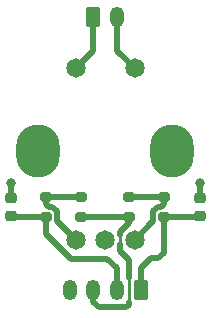
<source format=gbr>
%TF.GenerationSoftware,KiCad,Pcbnew,6.0.0-rc2-1.20211220git160328a.fc35*%
%TF.CreationDate,2022-01-05T17:26:21+00:00*%
%TF.ProjectId,RotaryEncoder,526f7461-7279-4456-9e63-6f6465722e6b,rev?*%
%TF.SameCoordinates,Original*%
%TF.FileFunction,Copper,L1,Top*%
%TF.FilePolarity,Positive*%
%FSLAX46Y46*%
G04 Gerber Fmt 4.6, Leading zero omitted, Abs format (unit mm)*
G04 Created by KiCad (PCBNEW 6.0.0-rc2-1.20211220git160328a.fc35) date 2022-01-05 17:26:21*
%MOMM*%
%LPD*%
G01*
G04 APERTURE LIST*
G04 Aperture macros list*
%AMRoundRect*
0 Rectangle with rounded corners*
0 $1 Rounding radius*
0 $2 $3 $4 $5 $6 $7 $8 $9 X,Y pos of 4 corners*
0 Add a 4 corners polygon primitive as box body*
4,1,4,$2,$3,$4,$5,$6,$7,$8,$9,$2,$3,0*
0 Add four circle primitives for the rounded corners*
1,1,$1+$1,$2,$3*
1,1,$1+$1,$4,$5*
1,1,$1+$1,$6,$7*
1,1,$1+$1,$8,$9*
0 Add four rect primitives between the rounded corners*
20,1,$1+$1,$2,$3,$4,$5,0*
20,1,$1+$1,$4,$5,$6,$7,0*
20,1,$1+$1,$6,$7,$8,$9,0*
20,1,$1+$1,$8,$9,$2,$3,0*%
G04 Aperture macros list end*
%TA.AperFunction,ComponentPad*%
%ADD10RoundRect,0.250000X0.350000X0.625000X-0.350000X0.625000X-0.350000X-0.625000X0.350000X-0.625000X0*%
%TD*%
%TA.AperFunction,ComponentPad*%
%ADD11O,1.200000X1.750000*%
%TD*%
%TA.AperFunction,SMDPad,CuDef*%
%ADD12RoundRect,0.200000X0.275000X-0.200000X0.275000X0.200000X-0.275000X0.200000X-0.275000X-0.200000X0*%
%TD*%
%TA.AperFunction,SMDPad,CuDef*%
%ADD13RoundRect,0.225000X0.250000X-0.225000X0.250000X0.225000X-0.250000X0.225000X-0.250000X-0.225000X0*%
%TD*%
%TA.AperFunction,ComponentPad*%
%ADD14RoundRect,0.250000X-0.350000X-0.625000X0.350000X-0.625000X0.350000X0.625000X-0.350000X0.625000X0*%
%TD*%
%TA.AperFunction,ComponentPad*%
%ADD15C,1.650000*%
%TD*%
%TA.AperFunction,ComponentPad*%
%ADD16O,3.700000X4.500000*%
%TD*%
%TA.AperFunction,ViaPad*%
%ADD17C,0.800000*%
%TD*%
%TA.AperFunction,Conductor*%
%ADD18C,0.500000*%
%TD*%
%TA.AperFunction,Conductor*%
%ADD19C,0.250000*%
%TD*%
G04 APERTURE END LIST*
D10*
%TO.P,J1,1,Pin_1*%
%TO.N,A*%
X137000000Y-126550000D03*
D11*
%TO.P,J1,2,Pin_2*%
%TO.N,B*%
X135000000Y-126550000D03*
%TO.P,J1,3,Pin_3*%
%TO.N,VCC*%
X133000000Y-126550000D03*
%TO.P,J1,4,Pin_4*%
%TO.N,GND*%
X131000000Y-126550000D03*
%TD*%
D12*
%TO.P,R2,1*%
%TO.N,A*%
X139000000Y-120325000D03*
%TO.P,R2,2*%
%TO.N,A1*%
X139000000Y-118675000D03*
%TD*%
D13*
%TO.P,C2,2*%
%TO.N,GND*%
X126000000Y-118725000D03*
%TO.P,C2,1*%
%TO.N,B*%
X126000000Y-120275000D03*
%TD*%
D12*
%TO.P,R1,1*%
%TO.N,VCC*%
X136000000Y-120325000D03*
%TO.P,R1,2*%
%TO.N,A1*%
X136000000Y-118675000D03*
%TD*%
%TO.P,R4,1*%
%TO.N,B*%
X129000000Y-120325000D03*
%TO.P,R4,2*%
%TO.N,B1*%
X129000000Y-118675000D03*
%TD*%
%TO.P,R3,1*%
%TO.N,VCC*%
X132000000Y-120325000D03*
%TO.P,R3,2*%
%TO.N,B1*%
X132000000Y-118675000D03*
%TD*%
D14*
%TO.P,J2,1,Pin_1*%
%TO.N,SW1*%
X133000000Y-103450000D03*
D11*
%TO.P,J2,2,Pin_2*%
%TO.N,SW2*%
X135000000Y-103450000D03*
%TD*%
D13*
%TO.P,C1,1*%
%TO.N,A*%
X142000000Y-120275000D03*
%TO.P,C1,2*%
%TO.N,GND*%
X142000000Y-118725000D03*
%TD*%
D15*
%TO.P,REF1,1,1*%
%TO.N,SW2*%
X136500000Y-107750000D03*
%TO.P,REF1,2,2*%
%TO.N,SW1*%
X131500000Y-107750000D03*
%TO.P,REF1,A1,A*%
%TO.N,A1*%
X136500000Y-122250000D03*
%TO.P,REF1,B1,B*%
%TO.N,B1*%
X131500000Y-122250000D03*
%TO.P,REF1,C1,C*%
%TO.N,GND*%
X134000000Y-122250000D03*
D16*
%TO.P,REF1,MH1,MH1*%
%TO.N,unconnected-(REF1-PadMH1)*%
X139700000Y-114750000D03*
%TO.P,REF1,MH2,MH2*%
%TO.N,unconnected-(REF1-PadMH2)*%
X128300000Y-114750000D03*
%TD*%
D17*
%TO.N,GND*%
X126000000Y-117500000D03*
X142000000Y-117500000D03*
%TD*%
D18*
%TO.N,B*%
X129000000Y-120325000D02*
X129000000Y-121800000D01*
X131100000Y-123900000D02*
X134200000Y-123900000D01*
X129000000Y-121800000D02*
X131100000Y-123900000D01*
X134200000Y-123900000D02*
X135000000Y-124700000D01*
X135000000Y-124700000D02*
X135000000Y-126550000D01*
%TO.N,A*%
X137000000Y-126550000D02*
X137000000Y-124700000D01*
X137000000Y-124700000D02*
X137850000Y-123850000D01*
X137850000Y-123850000D02*
X138500000Y-123850000D01*
X138500000Y-123850000D02*
X139000000Y-123350000D01*
X139000000Y-123350000D02*
X139000000Y-120325000D01*
D19*
%TO.N,VCC*%
X135250000Y-121850000D02*
X135250000Y-122650000D01*
D18*
X135250000Y-121760000D02*
X135250000Y-121850000D01*
X135250000Y-123250000D02*
X135250000Y-122650000D01*
X135250000Y-123250000D02*
X136000000Y-124000000D01*
X136000000Y-124000000D02*
X136000000Y-125500000D01*
X133000000Y-126550000D02*
X133000000Y-127500000D01*
X133000000Y-127500000D02*
X133500000Y-128000000D01*
X133500000Y-128000000D02*
X135800000Y-128000000D01*
X135800000Y-128000000D02*
X136000000Y-127800000D01*
X136000000Y-127800000D02*
X136000000Y-127500000D01*
D19*
X136000000Y-127500000D02*
X136000000Y-125500000D01*
D18*
X136000000Y-120325000D02*
X136000000Y-120890000D01*
X136000000Y-120890000D02*
X135250000Y-121640000D01*
X135250000Y-121640000D02*
X135250000Y-121760000D01*
%TO.N,A1*%
X139000000Y-118675000D02*
X139000000Y-119220000D01*
X138075480Y-120674520D02*
X136500000Y-122250000D01*
X139000000Y-119220000D02*
X138744520Y-119475480D01*
X138744520Y-119475480D02*
X138455961Y-119475480D01*
X138455961Y-119475480D02*
X138075480Y-119855961D01*
X138075480Y-119855961D02*
X138075480Y-120674520D01*
%TO.N,B1*%
X129000000Y-118675000D02*
X129000000Y-119250000D01*
X129000000Y-119250000D02*
X129225480Y-119475480D01*
X129225480Y-119475480D02*
X129544039Y-119475480D01*
X129544039Y-119475480D02*
X129924520Y-119855961D01*
X129924520Y-119855961D02*
X129924520Y-120674520D01*
X129924520Y-120674520D02*
X131500000Y-122250000D01*
%TO.N,A1*%
X136000000Y-118675000D02*
X139000000Y-118675000D01*
%TO.N,B1*%
X129000000Y-118675000D02*
X132000000Y-118675000D01*
%TO.N,B*%
X129000000Y-120325000D02*
X126050000Y-120325000D01*
X126050000Y-120325000D02*
X126000000Y-120275000D01*
%TO.N,A*%
X139000000Y-120325000D02*
X141950000Y-120325000D01*
X141950000Y-120325000D02*
X142000000Y-120275000D01*
%TO.N,VCC*%
X132000000Y-120325000D02*
X136000000Y-120325000D01*
%TO.N,GND*%
X142000000Y-118725000D02*
X142000000Y-117500000D01*
X126000000Y-118725000D02*
X126000000Y-117500000D01*
%TO.N,SW2*%
X136500000Y-107750000D02*
X135000000Y-106250000D01*
X135000000Y-106250000D02*
X135000000Y-103450000D01*
%TO.N,SW1*%
X131500000Y-107750000D02*
X133000000Y-106250000D01*
X133000000Y-106250000D02*
X133000000Y-103450000D01*
%TD*%
M02*

</source>
